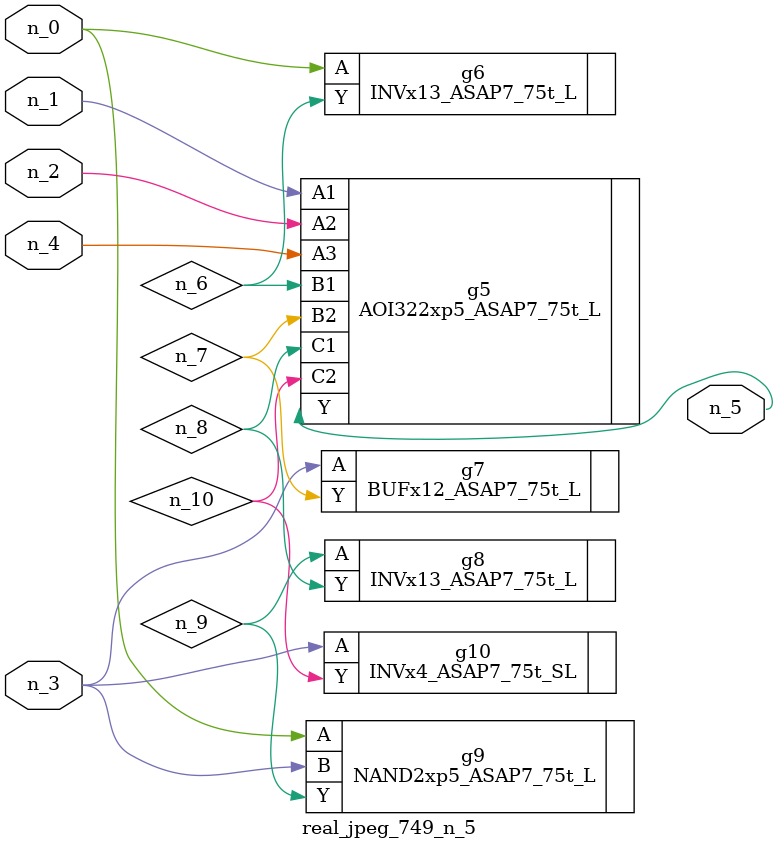
<source format=v>
module real_jpeg_749_n_5 (n_4, n_0, n_1, n_2, n_3, n_5);

input n_4;
input n_0;
input n_1;
input n_2;
input n_3;

output n_5;

wire n_8;
wire n_6;
wire n_7;
wire n_10;
wire n_9;

INVx13_ASAP7_75t_L g6 ( 
.A(n_0),
.Y(n_6)
);

NAND2xp5_ASAP7_75t_L g9 ( 
.A(n_0),
.B(n_3),
.Y(n_9)
);

AOI322xp5_ASAP7_75t_L g5 ( 
.A1(n_1),
.A2(n_2),
.A3(n_4),
.B1(n_6),
.B2(n_7),
.C1(n_8),
.C2(n_10),
.Y(n_5)
);

BUFx12_ASAP7_75t_L g7 ( 
.A(n_3),
.Y(n_7)
);

INVx4_ASAP7_75t_SL g10 ( 
.A(n_3),
.Y(n_10)
);

INVx13_ASAP7_75t_L g8 ( 
.A(n_9),
.Y(n_8)
);


endmodule
</source>
